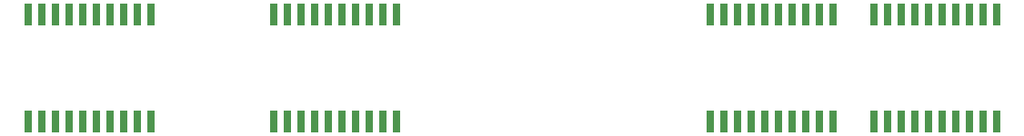
<source format=gbr>
G04 EAGLE Gerber RS-274X export*
G75*
%MOMM*%
%FSLAX34Y34*%
%LPD*%
%INSolderpaste Top*%
%IPPOS*%
%AMOC8*
5,1,8,0,0,1.08239X$1,22.5*%
G01*
%ADD10R,0.660400X2.032000*%


D10*
X57150Y102108D03*
X69850Y102108D03*
X82550Y102108D03*
X95250Y102108D03*
X107950Y102108D03*
X120650Y102108D03*
X133350Y102108D03*
X146050Y102108D03*
X146050Y202692D03*
X133350Y202692D03*
X120650Y202692D03*
X107950Y202692D03*
X95250Y202692D03*
X82550Y202692D03*
X69850Y202692D03*
X57150Y202692D03*
X158750Y102108D03*
X171450Y102108D03*
X158750Y202692D03*
X171450Y202692D03*
X285750Y102108D03*
X298450Y102108D03*
X311150Y102108D03*
X323850Y102108D03*
X336550Y102108D03*
X349250Y102108D03*
X361950Y102108D03*
X374650Y102108D03*
X374650Y202692D03*
X361950Y202692D03*
X349250Y202692D03*
X336550Y202692D03*
X323850Y202692D03*
X311150Y202692D03*
X298450Y202692D03*
X285750Y202692D03*
X387350Y102108D03*
X400050Y102108D03*
X387350Y202692D03*
X400050Y202692D03*
X692150Y102108D03*
X704850Y102108D03*
X717550Y102108D03*
X730250Y102108D03*
X742950Y102108D03*
X755650Y102108D03*
X768350Y102108D03*
X781050Y102108D03*
X781050Y202692D03*
X768350Y202692D03*
X755650Y202692D03*
X742950Y202692D03*
X730250Y202692D03*
X717550Y202692D03*
X704850Y202692D03*
X692150Y202692D03*
X793750Y102108D03*
X806450Y102108D03*
X793750Y202692D03*
X806450Y202692D03*
X844550Y102108D03*
X857250Y102108D03*
X869950Y102108D03*
X882650Y102108D03*
X895350Y102108D03*
X908050Y102108D03*
X920750Y102108D03*
X933450Y102108D03*
X933450Y202692D03*
X920750Y202692D03*
X908050Y202692D03*
X895350Y202692D03*
X882650Y202692D03*
X869950Y202692D03*
X857250Y202692D03*
X844550Y202692D03*
X946150Y102108D03*
X958850Y102108D03*
X946150Y202692D03*
X958850Y202692D03*
M02*

</source>
